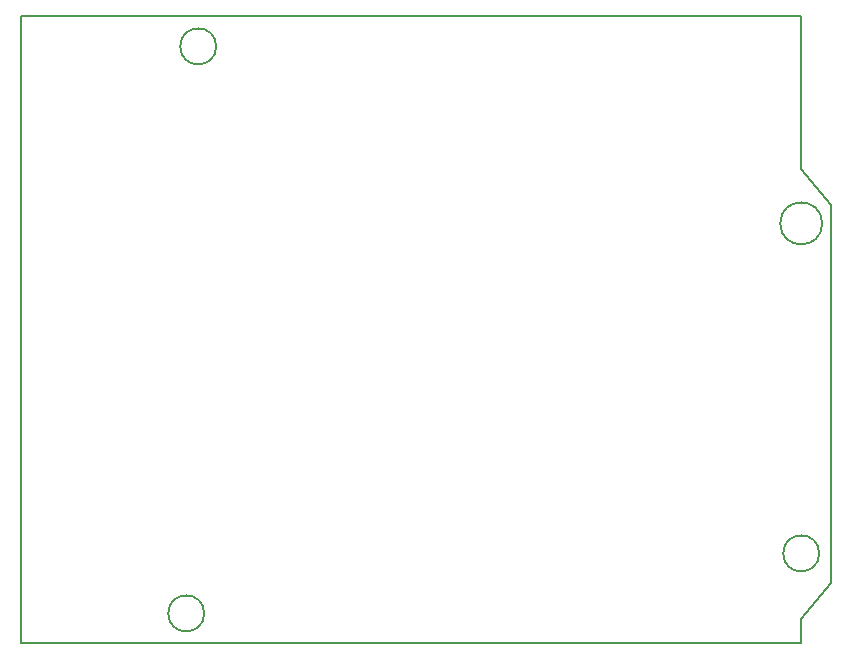
<source format=gm1>
G04 #@! TF.FileFunction,Profile,NP*
%FSLAX46Y46*%
G04 Gerber Fmt 4.6, Leading zero omitted, Abs format (unit mm)*
G04 Created by KiCad (PCBNEW 4.0.5+dfsg1-4) date Sat Jun 16 18:21:39 2018*
%MOMM*%
%LPD*%
G01*
G04 APERTURE LIST*
%ADD10C,0.100000*%
%ADD11C,0.150000*%
G04 APERTURE END LIST*
D10*
D11*
X122174000Y-76962000D02*
G75*
G03X122174000Y-76962000I-1524000J0D01*
G01*
X174244000Y-71882000D02*
G75*
G03X174244000Y-71882000I-1524000J0D01*
G01*
X174498000Y-43942000D02*
G75*
G03X174498000Y-43942000I-1778000J0D01*
G01*
X123190000Y-28956000D02*
G75*
G03X123190000Y-28956000I-1524000J0D01*
G01*
X172720000Y-77470000D02*
X172720000Y-79502000D01*
X175260000Y-74422000D02*
X172720000Y-77470000D01*
X175260000Y-42418000D02*
X175260000Y-74422000D01*
X172720000Y-39370000D02*
X175260000Y-42418000D01*
X172720000Y-26416000D02*
X172720000Y-39370000D01*
X106680000Y-26416000D02*
X172720000Y-26416000D01*
X106680000Y-79502000D02*
X106680000Y-26416000D01*
X172720000Y-79502000D02*
X106680000Y-79502000D01*
M02*

</source>
